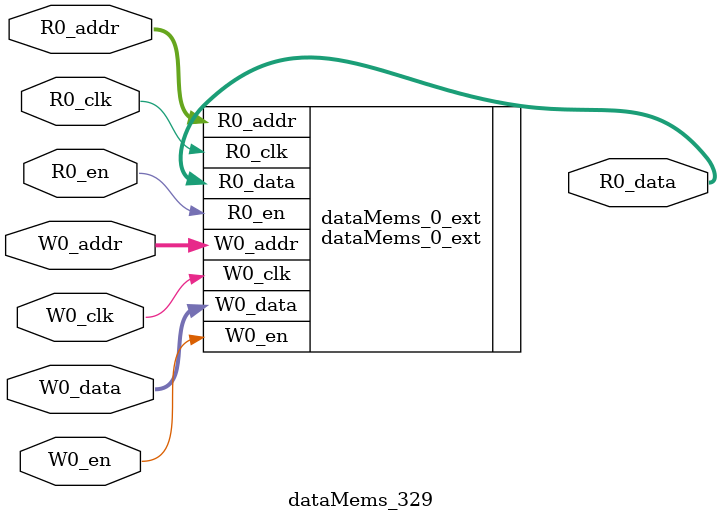
<source format=sv>
`ifndef RANDOMIZE
  `ifdef RANDOMIZE_REG_INIT
    `define RANDOMIZE
  `endif // RANDOMIZE_REG_INIT
`endif // not def RANDOMIZE
`ifndef RANDOMIZE
  `ifdef RANDOMIZE_MEM_INIT
    `define RANDOMIZE
  `endif // RANDOMIZE_MEM_INIT
`endif // not def RANDOMIZE

`ifndef RANDOM
  `define RANDOM $random
`endif // not def RANDOM

// Users can define 'PRINTF_COND' to add an extra gate to prints.
`ifndef PRINTF_COND_
  `ifdef PRINTF_COND
    `define PRINTF_COND_ (`PRINTF_COND)
  `else  // PRINTF_COND
    `define PRINTF_COND_ 1
  `endif // PRINTF_COND
`endif // not def PRINTF_COND_

// Users can define 'ASSERT_VERBOSE_COND' to add an extra gate to assert error printing.
`ifndef ASSERT_VERBOSE_COND_
  `ifdef ASSERT_VERBOSE_COND
    `define ASSERT_VERBOSE_COND_ (`ASSERT_VERBOSE_COND)
  `else  // ASSERT_VERBOSE_COND
    `define ASSERT_VERBOSE_COND_ 1
  `endif // ASSERT_VERBOSE_COND
`endif // not def ASSERT_VERBOSE_COND_

// Users can define 'STOP_COND' to add an extra gate to stop conditions.
`ifndef STOP_COND_
  `ifdef STOP_COND
    `define STOP_COND_ (`STOP_COND)
  `else  // STOP_COND
    `define STOP_COND_ 1
  `endif // STOP_COND
`endif // not def STOP_COND_

// Users can define INIT_RANDOM as general code that gets injected into the
// initializer block for modules with registers.
`ifndef INIT_RANDOM
  `define INIT_RANDOM
`endif // not def INIT_RANDOM

// If using random initialization, you can also define RANDOMIZE_DELAY to
// customize the delay used, otherwise 0.002 is used.
`ifndef RANDOMIZE_DELAY
  `define RANDOMIZE_DELAY 0.002
`endif // not def RANDOMIZE_DELAY

// Define INIT_RANDOM_PROLOG_ for use in our modules below.
`ifndef INIT_RANDOM_PROLOG_
  `ifdef RANDOMIZE
    `ifdef VERILATOR
      `define INIT_RANDOM_PROLOG_ `INIT_RANDOM
    `else  // VERILATOR
      `define INIT_RANDOM_PROLOG_ `INIT_RANDOM #`RANDOMIZE_DELAY begin end
    `endif // VERILATOR
  `else  // RANDOMIZE
    `define INIT_RANDOM_PROLOG_
  `endif // RANDOMIZE
`endif // not def INIT_RANDOM_PROLOG_

// Include register initializers in init blocks unless synthesis is set
`ifndef SYNTHESIS
  `ifndef ENABLE_INITIAL_REG_
    `define ENABLE_INITIAL_REG_
  `endif // not def ENABLE_INITIAL_REG_
`endif // not def SYNTHESIS

// Include rmemory initializers in init blocks unless synthesis is set
`ifndef SYNTHESIS
  `ifndef ENABLE_INITIAL_MEM_
    `define ENABLE_INITIAL_MEM_
  `endif // not def ENABLE_INITIAL_MEM_
`endif // not def SYNTHESIS

module dataMems_329(	// @[generators/ara/src/main/scala/UnsafeAXI4ToTL.scala:365:62]
  input  [4:0]  R0_addr,
  input         R0_en,
  input         R0_clk,
  output [66:0] R0_data,
  input  [4:0]  W0_addr,
  input         W0_en,
  input         W0_clk,
  input  [66:0] W0_data
);

  dataMems_0_ext dataMems_0_ext (	// @[generators/ara/src/main/scala/UnsafeAXI4ToTL.scala:365:62]
    .R0_addr (R0_addr),
    .R0_en   (R0_en),
    .R0_clk  (R0_clk),
    .R0_data (R0_data),
    .W0_addr (W0_addr),
    .W0_en   (W0_en),
    .W0_clk  (W0_clk),
    .W0_data (W0_data)
  );
endmodule


</source>
